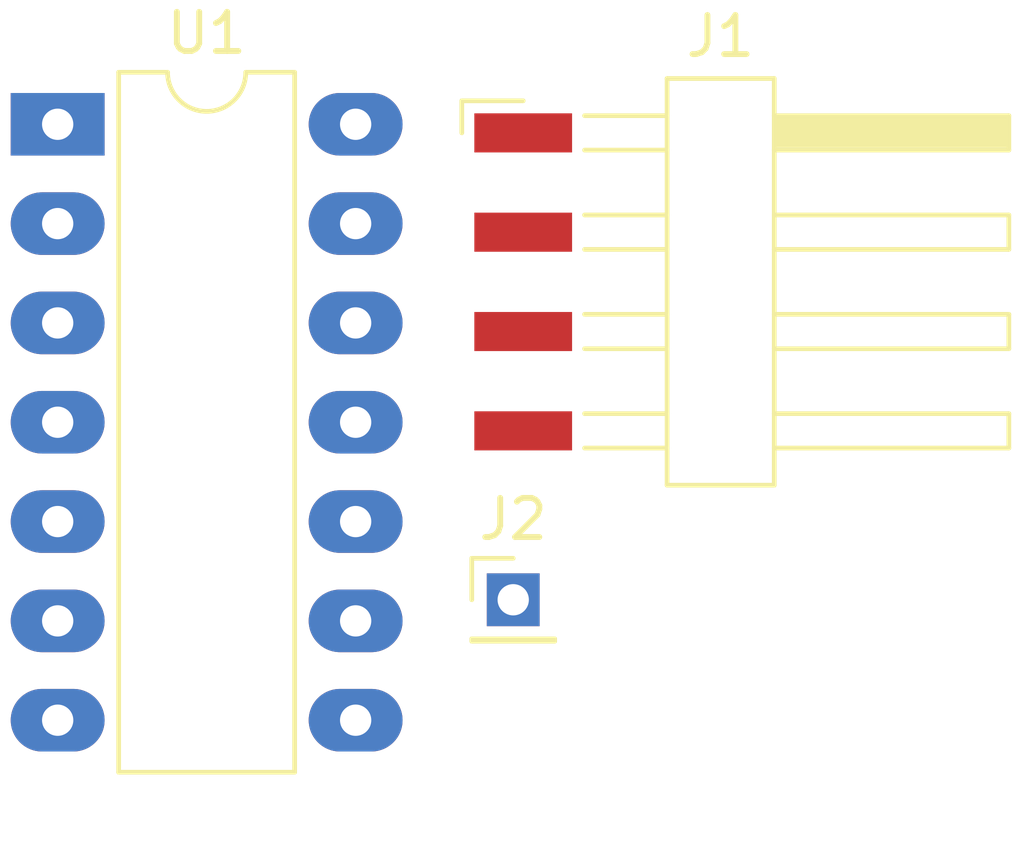
<source format=kicad_pcb>
(kicad_pcb (version 20221018) (generator pcbnew)
  (layers (0 "F.Cu" signal) (31 "B.Cu" signal) (34 "B.Paste" user) (35 "F.Paste" user) (36 "B.SilkS" user "B.Silkscreen") (37 "F.SilkS" user "F.Silkscreen") (38 "B.Mask" user) (39 "F.Mask" user) (44 "Edge.Cuts" user))
  (net 0 "")
  (net 1 "Net-(J1-Pin_1)")
  (net 2 "Net-(J1-Pin_2)")
  (net 3 "/Yoman/A")
  (net 4 "/Yoman/B")
  (net 5 "/Yoman3/C")
  (net 6 "/Yoman/C")
  (net 7 "/Yoman1/C")
  (net 8 "/Yoman2/C")
  (footprint "Connector_Harwin:Harwin_M20-89004xx_1x04_P2.54mm_Horizontal" (layer "F.Cu") (at 185.07 115.79)
    (fp_text reference "J1" (at -0.48 -6.28) (layer "F.SilkS"))
    (fp_text value "Conn_01x04_Pin")
    (fp_line (start -7.095 -4.63) (end -5.525 -4.63) (stroke (width 0.12)) (layer "F.SilkS"))
    (fp_line (start -7.095 -3.81) (end -7.095 -4.63) (stroke (width 0.12)) (layer "F.SilkS"))
    (fp_line (start -3.955 -4.25) (end -1.845 -4.25) (stroke (width 0.12)) (layer "F.SilkS"))
    (fp_line (start -3.955 -3.37) (end -1.845 -3.37) (stroke (width 0.12)) (layer "F.SilkS"))
    (fp_line (start -3.955 -1.71) (end -1.845 -1.71) (stroke (width 0.12)) (layer "F.SilkS"))
    (fp_line (start -3.955 -0.83) (end -1.845 -0.83) (stroke (width 0.12)) (layer "F.SilkS"))
    (fp_line (start -3.955 0.83) (end -1.845 0.83) (stroke (width 0.12)) (layer "F.SilkS"))
    (fp_line (start -3.955 1.71) (end -1.845 1.71) (stroke (width 0.12)) (layer "F.SilkS"))
    (fp_line (start -3.955 3.37) (end -1.845 3.37) (stroke (width 0.12)) (layer "F.SilkS"))
    (fp_line (start -3.955 4.25) (end -1.845 4.25) (stroke (width 0.12)) (layer "F.SilkS"))
    (fp_line (start -1.845 -5.2) (end 0.895 -5.2) (stroke (width 0.12)) (layer "F.SilkS"))
    (fp_line (start -1.845 5.2) (end -1.845 -5.2) (stroke (width 0.12)) (layer "F.SilkS"))
    (fp_line (start 0.895 -5.2) (end 0.895 5.2) (stroke (width 0.12)) (layer "F.SilkS"))
    (fp_line (start 0.895 -4.25) (end 6.895 -4.25) (stroke (width 0.12)) (layer "F.SilkS"))
    (fp_line (start 0.895 -1.71) (end 6.895 -1.71) (stroke (width 0.12)) (layer "F.SilkS"))
    (fp_line (start 0.895 0.83) (end 6.895 0.83) (stroke (width 0.12)) (layer "F.SilkS"))
    (fp_line (start 0.895 3.37) (end 6.895 3.37) (stroke (width 0.12)) (layer "F.SilkS"))
    (fp_line (start 0.895 5.2) (end -1.845 5.2) (stroke (width 0.12)) (layer "F.SilkS"))
    (fp_line (start 6.895 -4.25) (end 6.895 -3.37) (stroke (width 0.12)) (layer "F.SilkS"))
    (fp_line (start 6.895 -3.37) (end 0.895 -3.37) (stroke (width 0.12)) (layer "F.SilkS"))
    (fp_line (start 6.895 -1.71) (end 6.895 -0.83) (stroke (width 0.12)) (layer "F.SilkS"))
    (fp_line (start 6.895 -0.83) (end 0.895 -0.83) (stroke (width 0.12)) (layer "F.SilkS"))
    (fp_line (start 6.895 0.83) (end 6.895 1.71) (stroke (width 0.12)) (layer "F.SilkS"))
    (fp_line (start 6.895 1.71) (end 0.895 1.71) (stroke (width 0.12)) (layer "F.SilkS"))
    (fp_line (start 6.895 3.37) (end 6.895 4.25) (stroke (width 0.12)) (layer "F.SilkS"))
    (fp_line (start 6.895 4.25) (end 0.895 4.25) (stroke (width 0.12)) (layer "F.SilkS"))
    (pad "" smd rect (at 3.895 -3.81) (size 6 0.76) (layers "F.SilkS"))
    (pad "1" smd rect (at -5.525 -3.81) (size 2.5 1) (layers "F.Cu" "F.Paste" "F.Mask") (net 1 "Net-(J1-Pin_1)"))
    (pad "2" smd rect (at -5.525 -1.27) (size 2.5 1) (layers "F.Cu" "F.Paste" "F.Mask") (net 2 "Net-(J1-Pin_2)"))
    (pad "3" smd rect (at -5.525 1.27) (size 2.5 1) (layers "F.Cu" "F.Paste" "F.Mask") (net 3 "/Yoman/A"))
    (pad "4" smd rect (at -5.525 3.81) (size 2.5 1) (layers "F.Cu" "F.Paste" "F.Mask") (net 4 "/Yoman/B"))
  )
  (footprint "Package_DIP:DIP-14_W7.62mm_LongPads" (layer "F.Cu") (at 167.64 111.76)
    (fp_text reference "U1" (at 3.81 -2.33) (layer "F.SilkS"))
    (fp_text value "Opamp_Quad")
    (fp_line (start 1.56 -1.33) (end 1.56 16.57) (stroke (width 0.12)) (layer "F.SilkS"))
    (fp_line (start 1.56 16.57) (end 6.06 16.57) (stroke (width 0.12)) (layer "F.SilkS"))
    (fp_line (start 2.81 -1.33) (end 1.56 -1.33) (stroke (width 0.12)) (layer "F.SilkS"))
    (fp_line (start 6.06 -1.33) (end 4.81 -1.33) (stroke (width 0.12)) (layer "F.SilkS"))
    (fp_line (start 6.06 16.57) (end 6.06 -1.33) (stroke (width 0.12)) (layer "F.SilkS"))
    (fp_arc (start 4.81 -1.33) (mid 3.81 -0.33) (end 2.81 -1.33) (stroke (width 0.12)) (layer "F.SilkS"))
    (pad "1" thru_hole rect (at 0 0) (size 2.4 1.6) (drill 0.8) (layers "*.Cu" "*.Mask") (net 6 "/Yoman/C"))
    (pad "2" thru_hole oval (at 0 2.54) (size 2.4 1.6) (drill 0.8) (layers "*.Cu" "*.Mask") (net 4 "/Yoman/B"))
    (pad "3" thru_hole oval (at 0 5.08) (size 2.4 1.6) (drill 0.8) (layers "*.Cu" "*.Mask") (net 3 "/Yoman/A"))
    (pad "4" thru_hole oval (at 0 7.62) (size 2.4 1.6) (drill 0.8) (layers "*.Cu" "*.Mask") (net 1 "Net-(J1-Pin_1)"))
    (pad "5" thru_hole oval (at 0 10.16) (size 2.4 1.6) (drill 0.8) (layers "*.Cu" "*.Mask") (net 6 "/Yoman/C"))
    (pad "6" thru_hole oval (at 0 12.7) (size 2.4 1.6) (drill 0.8) (layers "*.Cu" "*.Mask") (net 4 "/Yoman/B"))
    (pad "7" thru_hole oval (at 0 15.24) (size 2.4 1.6) (drill 0.8) (layers "*.Cu" "*.Mask") (net 7 "/Yoman1/C"))
    (pad "8" thru_hole oval (at 7.62 15.24) (size 2.4 1.6) (drill 0.8) (layers "*.Cu" "*.Mask") (net 8 "/Yoman2/C"))
    (pad "9" thru_hole oval (at 7.62 12.7) (size 2.4 1.6) (drill 0.8) (layers "*.Cu" "*.Mask") (net 4 "/Yoman/B"))
    (pad "10" thru_hole oval (at 7.62 10.16) (size 2.4 1.6) (drill 0.8) (layers "*.Cu" "*.Mask") (net 7 "/Yoman1/C"))
    (pad "11" thru_hole oval (at 7.62 7.62) (size 2.4 1.6) (drill 0.8) (layers "*.Cu" "*.Mask") (net 2 "Net-(J1-Pin_2)"))
    (pad "12" thru_hole oval (at 7.62 5.08) (size 2.4 1.6) (drill 0.8) (layers "*.Cu" "*.Mask") (net 8 "/Yoman2/C"))
    (pad "13" thru_hole oval (at 7.62 2.54) (size 2.4 1.6) (drill 0.8) (layers "*.Cu" "*.Mask") (net 3 "/Yoman/A"))
    (pad "14" thru_hole oval (at 7.62 0) (size 2.4 1.6) (drill 0.8) (layers "*.Cu" "*.Mask") (net 5 "/Yoman3/C"))
  )
  (footprint "Connector_PinHeader_2.00mm:PinHeader_1x01_P2.00mm_Vertical" (layer "F.Cu") (at 179.29 123.92)
    (fp_text reference "J2" (at 0 -2.06) (layer "F.SilkS"))
    (fp_text value "Conn_01x01_Pin")
    (fp_line (start -1.06 -1.06) (end 0 -1.06) (stroke (width 0.12)) (layer "F.SilkS"))
    (fp_line (start -1.06 0) (end -1.06 -1.06) (stroke (width 0.12)) (layer "F.SilkS"))
    (fp_line (start -1.06 1) (end -1.06 1.06) (stroke (width 0.12)) (layer "F.SilkS"))
    (fp_line (start -1.06 1) (end 1.06 1) (stroke (width 0.12)) (layer "F.SilkS"))
    (fp_line (start -1.06 1.06) (end 1.06 1.06) (stroke (width 0.12)) (layer "F.SilkS"))
    (fp_line (start 1.06 1) (end 1.06 1.06) (stroke (width 0.12)) (layer "F.SilkS"))
    (pad "1" thru_hole rect (at 0 0) (size 1.35 1.35) (drill 0.8) (layers "*.Cu" "*.Mask") (net 5 "/Yoman3/C"))
  )
)
</source>
